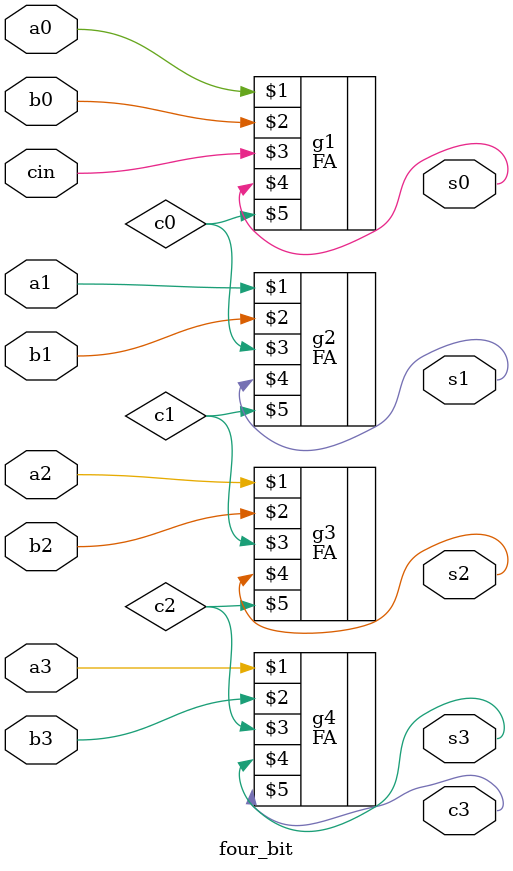
<source format=v>
module four_bit(a0, b0, a1, b1, a2, b2, a3, b3, cin, s0, s1, s2, s3, c3);
input a0, b0, a1, b1, a2, b2, a3, b3, cin;
output s0, s1, s2, s3, c3;

FA g1(a0, b0, cin, s0, c0);
FA g2(a1, b1, c0, s1, c1);
FA g3(a2, b2, c1, s2, c2);
FA g4(a3, b3, c2, s3, c3);

endmodule


</source>
